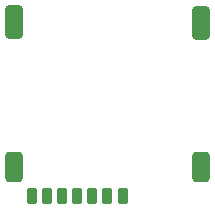
<source format=gbr>
%TF.GenerationSoftware,KiCad,Pcbnew,7.0.5*%
%TF.CreationDate,2023-07-01T23:53:25+07:00*%
%TF.ProjectId,PoeSci EFarm Rev 3,506f6553-6369-4204-9546-61726d205265,rev?*%
%TF.SameCoordinates,Original*%
%TF.FileFunction,Paste,Bot*%
%TF.FilePolarity,Positive*%
%FSLAX46Y46*%
G04 Gerber Fmt 4.6, Leading zero omitted, Abs format (unit mm)*
G04 Created by KiCad (PCBNEW 7.0.5) date 2023-07-01 23:53:25*
%MOMM*%
%LPD*%
G01*
G04 APERTURE LIST*
G04 Aperture macros list*
%AMRoundRect*
0 Rectangle with rounded corners*
0 $1 Rounding radius*
0 $2 $3 $4 $5 $6 $7 $8 $9 X,Y pos of 4 corners*
0 Add a 4 corners polygon primitive as box body*
4,1,4,$2,$3,$4,$5,$6,$7,$8,$9,$2,$3,0*
0 Add four circle primitives for the rounded corners*
1,1,$1+$1,$2,$3*
1,1,$1+$1,$4,$5*
1,1,$1+$1,$6,$7*
1,1,$1+$1,$8,$9*
0 Add four rect primitives between the rounded corners*
20,1,$1+$1,$2,$3,$4,$5,0*
20,1,$1+$1,$4,$5,$6,$7,0*
20,1,$1+$1,$6,$7,$8,$9,0*
20,1,$1+$1,$8,$9,$2,$3,0*%
G04 Aperture macros list end*
%ADD10RoundRect,0.225000X-0.225000X-0.450000X0.225000X-0.450000X0.225000X0.450000X-0.225000X0.450000X0*%
%ADD11RoundRect,0.387500X-0.387500X-1.062500X0.387500X-1.062500X0.387500X1.062500X-0.387500X1.062500X0*%
%ADD12RoundRect,0.387500X-0.387500X-0.912500X0.387500X-0.912500X0.387500X0.912500X-0.387500X0.912500X0*%
G04 APERTURE END LIST*
D10*
%TO.C,J1*%
X121356000Y-63052000D03*
X123896000Y-63052000D03*
X126436000Y-63052000D03*
X120086000Y-63052000D03*
X122626000Y-63052000D03*
X125166000Y-63052000D03*
X127756000Y-63052000D03*
D11*
X118566000Y-48337000D03*
D12*
X118566000Y-60567000D03*
D11*
X134366000Y-48387000D03*
D12*
X134366000Y-60562000D03*
%TD*%
M02*

</source>
